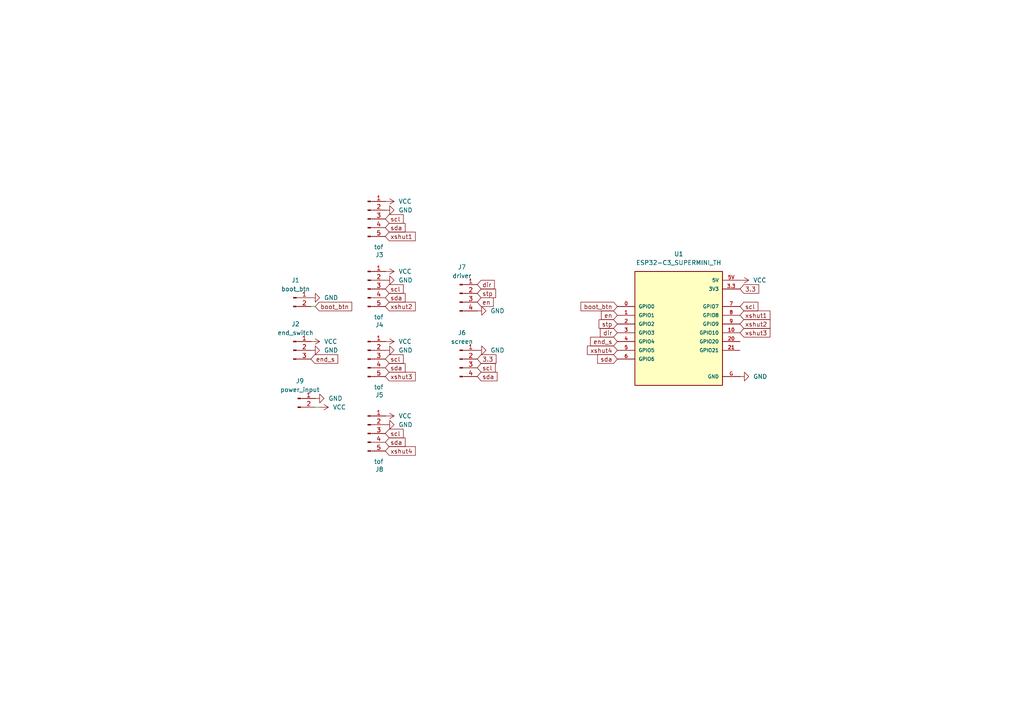
<source format=kicad_sch>
(kicad_sch (version 20231120) (generator "eeschema") (generator_version "8.0")
  (paper "A4")
  (lib_symbols
    (symbol "Connector:Conn_01x02_Pin" (pin_names (offset 1.016) hide)
      (property "Reference" "J" (at 0 2.54 0))
      (property "Value" "Conn_01x02_Pin" (at 0 -5.08 0))
      (symbol "Conn_01x02_Pin_1_1"
        (polyline (pts (xy 1.27 -2.54) (xy 0.8636 -2.54)) (stroke (width 0.1524)))
        (polyline (pts (xy 1.27 0) (xy 0.8636 0)) (stroke (width 0.1524)))
        (rectangle (start 0.8636 -2.413) (end 0 -2.667) (stroke (width 0.1524)) (fill (type outline)))
        (rectangle (start 0.8636 0.127) (end 0 -0.127) (stroke (width 0.1524)) (fill (type outline)))
        (pin passive line (at 5.08 0 180) (length 3.81) (name "Pin_1") (number "1"))
        (pin passive line (at 5.08 -2.54 180) (length 3.81) (name "Pin_2") (number "2"))
      )
    )
    (symbol "Connector:Conn_01x03_Pin" (pin_names (offset 1.016) hide)
      (property "Reference" "J" (at 0 5.08 0))
      (property "Value" "Conn_01x03_Pin" (at 0 -5.08 0))
      (symbol "Conn_01x03_Pin_1_1"
        (polyline (pts (xy 1.27 -2.54) (xy 0.8636 -2.54)) (stroke (width 0.1524)))
        (polyline (pts (xy 1.27 0) (xy 0.8636 0)) (stroke (width 0.1524)))
        (polyline (pts (xy 1.27 2.54) (xy 0.8636 2.54)) (stroke (width 0.1524)))
        (rectangle (start 0.8636 -2.413) (end 0 -2.667) (stroke (width 0.1524)) (fill (type outline)))
        (rectangle (start 0.8636 0.127) (end 0 -0.127) (stroke (width 0.1524)) (fill (type outline)))
        (rectangle (start 0.8636 2.667) (end 0 2.413) (stroke (width 0.1524)) (fill (type outline)))
        (pin passive line (at 5.08 2.54 180) (length 3.81) (name "Pin_1") (number "1"))
        (pin passive line (at 5.08 0 180) (length 3.81) (name "Pin_2") (number "2"))
        (pin passive line (at 5.08 -2.54 180) (length 3.81) (name "Pin_3") (number "3"))
      )
    )
    (symbol "Connector:Conn_01x04_Pin" (pin_names (offset 1.016) hide)
      (property "Reference" "J" (at 0 5.08 0))
      (property "Value" "Conn_01x04_Pin" (at 0 -7.62 0))
      (symbol "Conn_01x04_Pin_1_1"
        (polyline (pts (xy 1.27 -5.08) (xy 0.8636 -5.08)) (stroke (width 0.1524)))
        (polyline (pts (xy 1.27 -2.54) (xy 0.8636 -2.54)) (stroke (width 0.1524)))
        (polyline (pts (xy 1.27 0) (xy 0.8636 0)) (stroke (width 0.1524)))
        (polyline (pts (xy 1.27 2.54) (xy 0.8636 2.54)) (stroke (width 0.1524)))
        (rectangle (start 0.8636 -4.953) (end 0 -5.207) (stroke (width 0.1524)) (fill (type outline)))
        (rectangle (start 0.8636 -2.413) (end 0 -2.667) (stroke (width 0.1524)) (fill (type outline)))
        (rectangle (start 0.8636 0.127) (end 0 -0.127) (stroke (width 0.1524)) (fill (type outline)))
        (rectangle (start 0.8636 2.667) (end 0 2.413) (stroke (width 0.1524)) (fill (type outline)))
        (pin passive line (at 5.08 2.54 180) (length 3.81) (name "Pin_1") (number "1"))
        (pin passive line (at 5.08 0 180) (length 3.81) (name "Pin_2") (number "2"))
        (pin passive line (at 5.08 -2.54 180) (length 3.81) (name "Pin_3") (number "3"))
        (pin passive line (at 5.08 -5.08 180) (length 3.81) (name "Pin_4") (number "4"))
      )
    )
    (symbol "Connector:Conn_01x05_Pin" (pin_names (offset 1.016) hide)
      (property "Reference" "J" (at 0 7.62 0))
      (property "Value" "Conn_01x05_Pin" (at 0 -7.62 0))
      (symbol "Conn_01x05_Pin_1_1"
        (polyline (pts (xy 1.27 -5.08) (xy 0.8636 -5.08)) (stroke (width 0.1524)))
        (polyline (pts (xy 1.27 -2.54) (xy 0.8636 -2.54)) (stroke (width 0.1524)))
        (polyline (pts (xy 1.27 0) (xy 0.8636 0)) (stroke (width 0.1524)))
        (polyline (pts (xy 1.27 2.54) (xy 0.8636 2.54)) (stroke (width 0.1524)))
        (polyline (pts (xy 1.27 5.08) (xy 0.8636 5.08)) (stroke (width 0.1524)))
        (rectangle (start 0.8636 -4.953) (end 0 -5.207) (stroke (width 0.1524)) (fill (type outline)))
        (rectangle (start 0.8636 -2.413) (end 0 -2.667) (stroke (width 0.1524)) (fill (type outline)))
        (rectangle (start 0.8636 0.127) (end 0 -0.127) (stroke (width 0.1524)) (fill (type outline)))
        (rectangle (start 0.8636 2.667) (end 0 2.413) (stroke (width 0.1524)) (fill (type outline)))
        (rectangle (start 0.8636 5.207) (end 0 4.953) (stroke (width 0.1524)) (fill (type outline)))
        (pin passive line (at 5.08 5.08 180) (length 3.81) (name "Pin_1") (number "1"))
        (pin passive line (at 5.08 2.54 180) (length 3.81) (name "Pin_2") (number "2"))
        (pin passive line (at 5.08 0 180) (length 3.81) (name "Pin_3") (number "3"))
        (pin passive line (at 5.08 -2.54 180) (length 3.81) (name "Pin_4") (number "4"))
        (pin passive line (at 5.08 -5.08 180) (length 3.81) (name "Pin_5") (number "5"))
      )
    )
    (symbol "ESP32-C3_SUPERMINI_TH:ESP32-C3_SUPERMINI_TH" (pin_names (offset 1.016))
      (property "Reference" "U" (at -12.7 16.002 0))
      (property "Value" "ESP32-C3_SUPERMINI_TH" (at -12.7 -20.32 0))
      (symbol "ESP32-C3_SUPERMINI_TH_0_0"
        (rectangle (start -12.7 -17.78) (end 12.7 15.24) (stroke (width 0.254)) (fill (type background)))
        (pin bidirectional line (at -17.78 5.08 0) (length 5.08) (name "GPIO0") (number "0"))
        (pin bidirectional line (at -17.78 2.54 0) (length 5.08) (name "GPIO1") (number "1"))
        (pin bidirectional line (at 17.78 -2.54 180) (length 5.08) (name "GPIO10") (number "10"))
        (pin bidirectional line (at -17.78 0 0) (length 5.08) (name "GPIO2") (number "2"))
        (pin bidirectional line (at 17.78 -5.08 180) (length 5.08) (name "GPIO20") (number "20"))
        (pin bidirectional line (at 17.78 -7.62 180) (length 5.08) (name "GPIO21") (number "21"))
        (pin bidirectional line (at -17.78 -2.54 0) (length 5.08) (name "GPIO3") (number "3"))
        (pin power_in line (at 17.78 10.16 180) (length 5.08) (name "3V3") (number "3.3"))
        (pin bidirectional line (at -17.78 -5.08 0) (length 5.08) (name "GPIO4") (number "4"))
        (pin bidirectional line (at -17.78 -7.62 0) (length 5.08) (name "GPIO5") (number "5"))
        (pin power_in line (at 17.78 12.7 180) (length 5.08) (name "5V") (number "5V"))
        (pin bidirectional line (at -17.78 -10.16 0) (length 5.08) (name "GPIO6") (number "6"))
        (pin bidirectional line (at 17.78 5.08 180) (length 5.08) (name "GPIO7") (number "7"))
        (pin bidirectional line (at 17.78 2.54 180) (length 5.08) (name "GPIO8") (number "8"))
        (pin bidirectional line (at 17.78 0 180) (length 5.08) (name "GPIO9") (number "9"))
        (pin power_in line (at 17.78 -15.24 180) (length 5.08) (name "GND") (number "G"))
      )
    )
    (symbol "power:GND" (power) (pin_numbers hide) (pin_names (offset 0) hide)
      (property "Value" "GND" (at 0 -3.81 0))
      (symbol "GND_0_1"
        (polyline (pts (xy 0 0) (xy 0 -1.27) (xy 1.27 -1.27) (xy 0 -2.54) (xy -1.27 -1.27) (xy 0 -1.27)))
      )
      (symbol "GND_1_1"
        (pin power_in line (at 0 0 270) (length 0) (name "~") (number "1"))
      )
    )
    (symbol "power:VCC" (power) (pin_numbers hide) (pin_names (offset 0) hide)
      (property "Value" "VCC" (at 0 3.556 0))
      (symbol "VCC_0_1"
        (polyline (pts (xy -0.762 1.27) (xy 0 2.54)))
        (polyline (pts (xy 0 0) (xy 0 2.54)))
        (polyline (pts (xy 0 2.54) (xy 0.762 1.27)))
      )
      (symbol "VCC_1_1"
        (pin power_in line (at 0 0 90) (length 0) (name "~") (number "1"))
      )
    )
  )
  (wire (pts (xy 92.71 118.11) (xy 91.44 118.11)))
  (wire (pts (xy 91.44 88.9) (xy 90.17 88.9)))
  (global_label "sda" (shape input) (at 179.07 104.14 180) (property "Intersheetrefs" "${INTERSHEET_REFS}" (effects (hide yes))))
  (global_label "sda" (shape input) (at 111.76 128.27 0) (property "Intersheetrefs" "${INTERSHEET_REFS}" (effects (hide yes))))
  (global_label "dir" (shape input) (at 179.07 96.52 180) (property "Intersheetrefs" "${INTERSHEET_REFS}" (effects (hide yes))))
  (global_label "sda" (shape input) (at 138.43 109.22 0) (property "Intersheetrefs" "${INTERSHEET_REFS}" (effects (hide yes))))
  (global_label "stp" (shape input) (at 179.07 93.98 180) (property "Intersheetrefs" "${INTERSHEET_REFS}" (effects (hide yes))))
  (global_label "end_s" (shape input) (at 90.17 104.14 0) (property "Intersheetrefs" "${INTERSHEET_REFS}" (effects (hide yes))))
  (global_label "sda" (shape input) (at 111.76 106.68 0) (property "Intersheetrefs" "${INTERSHEET_REFS}" (effects (hide yes))))
  (global_label "xshut2" (shape input) (at 214.63 93.98 0) (property "Intersheetrefs" "${INTERSHEET_REFS}" (effects (hide yes))))
  (global_label "en" (shape input) (at 138.43 87.63 0) (property "Intersheetrefs" "${INTERSHEET_REFS}" (effects (hide yes))))
  (global_label "scl" (shape input) (at 111.76 125.73 0) (property "Intersheetrefs" "${INTERSHEET_REFS}" (effects (hide yes))))
  (global_label "end_s" (shape input) (at 179.07 99.06 180) (property "Intersheetrefs" "${INTERSHEET_REFS}" (effects (hide yes))))
  (global_label "xshut2" (shape input) (at 111.76 88.9 0) (property "Intersheetrefs" "${INTERSHEET_REFS}" (effects (hide yes))))
  (global_label "xshut1" (shape input) (at 214.63 91.44 0) (property "Intersheetrefs" "${INTERSHEET_REFS}" (effects (hide yes))))
  (global_label "3.3" (shape input) (at 138.43 104.14 0) (property "Intersheetrefs" "${INTERSHEET_REFS}" (effects (hide yes))))
  (global_label "sda" (shape input) (at 111.76 66.04 0) (property "Intersheetrefs" "${INTERSHEET_REFS}" (effects (hide yes))))
  (global_label "en" (shape input) (at 179.07 91.44 180) (property "Intersheetrefs" "${INTERSHEET_REFS}" (effects (hide yes))))
  (global_label "dir" (shape input) (at 138.43 82.55 0) (property "Intersheetrefs" "${INTERSHEET_REFS}" (effects (hide yes))))
  (global_label "xshut4" (shape input) (at 179.07 101.6 180) (property "Intersheetrefs" "${INTERSHEET_REFS}" (effects (hide yes))))
  (global_label "xshut3" (shape input) (at 111.76 109.22 0) (property "Intersheetrefs" "${INTERSHEET_REFS}" (effects (hide yes))))
  (global_label "xshut1" (shape input) (at 111.76 68.58 0) (property "Intersheetrefs" "${INTERSHEET_REFS}" (effects (hide yes))))
  (global_label "scl" (shape input) (at 214.63 88.9 0) (property "Intersheetrefs" "${INTERSHEET_REFS}" (effects (hide yes))))
  (global_label "scl" (shape input) (at 111.76 63.5 0) (property "Intersheetrefs" "${INTERSHEET_REFS}" (effects (hide yes))))
  (global_label "scl" (shape input) (at 111.76 104.14 0) (property "Intersheetrefs" "${INTERSHEET_REFS}" (effects (hide yes))))
  (global_label "xshut3" (shape input) (at 214.63 96.52 0) (property "Intersheetrefs" "${INTERSHEET_REFS}" (effects (hide yes))))
  (global_label "xshut4" (shape input) (at 111.76 130.81 0) (property "Intersheetrefs" "${INTERSHEET_REFS}" (effects (hide yes))))
  (global_label "3.3" (shape input) (at 214.63 83.82 0) (property "Intersheetrefs" "${INTERSHEET_REFS}" (effects (hide yes))))
  (global_label "boot_btn" (shape input) (at 179.07 88.9 180) (property "Intersheetrefs" "${INTERSHEET_REFS}" (effects (hide yes))))
  (global_label "sda" (shape input) (at 111.76 86.36 0) (property "Intersheetrefs" "${INTERSHEET_REFS}" (effects (hide yes))))
  (global_label "boot_btn" (shape input) (at 91.44 88.9 0) (property "Intersheetrefs" "${INTERSHEET_REFS}" (effects (hide yes))))
  (global_label "scl" (shape input) (at 138.43 106.68 0) (property "Intersheetrefs" "${INTERSHEET_REFS}" (effects (hide yes))))
  (global_label "scl" (shape input) (at 111.76 83.82 0) (property "Intersheetrefs" "${INTERSHEET_REFS}" (effects (hide yes))))
  (global_label "stp" (shape input) (at 138.43 85.09 0) (property "Intersheetrefs" "${INTERSHEET_REFS}" (effects (hide yes))))
  (symbol (lib_id "power:VCC") (at 90.17 99.06 270) (unit 1)
    (property "Reference" "#PWR10" (effects (hide yes)))
    (property "Value" "VCC" (at 93.98 99.0599 90) (effects (justify left)))
    (property "Description" "Power symbol creates a global label with name \"VCC\"" (effects (hide yes)))
  )
  (symbol (lib_id "power:VCC") (at 214.63 81.28 270) (unit 1)
    (property "Reference" "#PWR1" (effects (hide yes)))
    (property "Value" "VCC" (at 218.44 81.2799 90) (effects (justify left)))
    (property "Description" "Power symbol creates a global label with name \"VCC\"" (effects (hide yes)))
  )
  (symbol (lib_id "Connector:Conn_01x02_Pin") (at 85.09 86.36 0) (unit 1)
    (property "Reference" "J1" (at 85.725 81.28 0))
    (property "Value" "boot_btn" (at 85.725 83.82 0))
    (property "Footprint" "Connector_PinHeader_2.54mm:PinHeader_1x02_P2.54mm_Vertical" (effects (hide yes)))
    (property "Description" "Generic connector, single row, 01x02, script generated" (effects (hide yes)))
  )
  (symbol (lib_id "power:GND") (at 138.43 101.6 90) (unit 1)
    (property "Reference" "#PWR11" (effects (hide yes)))
    (property "Value" "GND" (at 142.24 101.5999 90) (effects (justify right)))
    (property "Description" "Power symbol creates a global label with name \"GND\" , ground" (effects (hide yes)))
  )
  (symbol (lib_id "Connector:Conn_01x05_Pin") (at 106.68 125.73 0) (unit 1)
    (property "Reference" "J8" (at 111.252 136.144 0) (effects (justify right)))
    (property "Value" "tof" (at 111.252 133.858 0) (effects (justify right)))
    (property "Footprint" "Connector_JST:JST_XH_B5B-XH-A_1x05_P2.50mm_Vertical" (effects (hide yes)))
    (property "Description" "Generic connector, single row, 01x05, script generated" (effects (hide yes)))
  )
  (symbol (lib_id "power:VCC") (at 111.76 120.65 270) (unit 1)
    (property "Reference" "#PWR14" (effects (hide yes)))
    (property "Value" "VCC" (at 115.57 120.6499 90) (effects (justify left)))
    (property "Description" "Power symbol creates a global label with name \"VCC\"" (effects (hide yes)))
  )
  (symbol (lib_id "power:GND") (at 214.63 109.22 90) (unit 1)
    (property "Reference" "#PWR2" (effects (hide yes)))
    (property "Value" "GND" (at 218.44 109.2199 90) (effects (justify right)))
    (property "Description" "Power symbol creates a global label with name \"GND\" , ground" (effects (hide yes)))
  )
  (symbol (lib_id "power:GND") (at 91.44 115.57 90) (unit 1)
    (property "Reference" "#PWR16" (effects (hide yes)))
    (property "Value" "GND" (at 95.25 115.5699 90) (effects (justify right)))
    (property "Description" "Power symbol creates a global label with name \"GND\" , ground" (effects (hide yes)))
  )
  (symbol (lib_id "power:GND") (at 111.76 123.19 90) (unit 1)
    (property "Reference" "#PWR15" (effects (hide yes)))
    (property "Value" "GND" (at 115.57 123.1899 90) (effects (justify right)))
    (property "Description" "Power symbol creates a global label with name \"GND\" , ground" (effects (hide yes)))
  )
  (symbol (lib_id "power:GND") (at 90.17 101.6 90) (unit 1)
    (property "Reference" "#PWR12" (effects (hide yes)))
    (property "Value" "GND" (at 93.98 101.5999 90) (effects (justify right)))
    (property "Description" "Power symbol creates a global label with name \"GND\" , ground" (effects (hide yes)))
  )
  (symbol (lib_id "power:GND") (at 138.43 90.17 90) (unit 1)
    (property "Reference" "#PWR13" (effects (hide yes)))
    (property "Value" "GND" (at 142.24 90.1699 90) (effects (justify right)))
    (property "Description" "Power symbol creates a global label with name \"GND\" , ground" (effects (hide yes)))
  )
  (symbol (lib_id "power:GND") (at 111.76 101.6 90) (unit 1)
    (property "Reference" "#PWR9" (effects (hide yes)))
    (property "Value" "GND" (at 115.57 101.5999 90) (effects (justify right)))
    (property "Description" "Power symbol creates a global label with name \"GND\" , ground" (effects (hide yes)))
  )
  (symbol (lib_id "Connector:Conn_01x04_Pin") (at 133.35 85.09 0) (unit 1)
    (property "Reference" "J7" (at 133.985 77.47 0))
    (property "Value" "driver" (at 133.985 80.01 0))
    (property "Footprint" "Connector_JST:JST_XH_B4B-XH-A_1x04_P2.50mm_Vertical" (effects (hide yes)))
    (property "Description" "Generic connector, single row, 01x04, script generated" (effects (hide yes)))
  )
  (symbol (lib_id "Connector:Conn_01x03_Pin") (at 85.09 101.6 0) (unit 1)
    (property "Reference" "J2" (at 85.725 93.98 0))
    (property "Value" "end_switch" (at 85.725 96.52 0))
    (property "Footprint" "Connector_PinHeader_2.54mm:PinHeader_1x03_P2.54mm_Vertical" (effects (hide yes)))
    (property "Description" "Generic connector, single row, 01x03, script generated" (effects (hide yes)))
  )
  (symbol (lib_id "power:GND") (at 111.76 60.96 90) (unit 1)
    (property "Reference" "#PWR5" (effects (hide yes)))
    (property "Value" "GND" (at 115.57 60.9599 90) (effects (justify right)))
    (property "Description" "Power symbol creates a global label with name \"GND\" , ground" (effects (hide yes)))
  )
  (symbol (lib_id "Connector:Conn_01x05_Pin") (at 106.68 63.5 0) (unit 1)
    (property "Reference" "J3" (at 111.252 73.914 0) (effects (justify right)))
    (property "Value" "tof" (at 111.252 71.628 0) (effects (justify right)))
    (property "Footprint" "Connector_JST:JST_XH_B5B-XH-A_1x05_P2.50mm_Vertical" (effects (hide yes)))
    (property "Description" "Generic connector, single row, 01x05, script generated" (effects (hide yes)))
  )
  (symbol (lib_id "ESP32-C3_SUPERMINI_TH:ESP32-C3_SUPERMINI_TH") (at 196.85 93.98 0) (unit 1)
    (property "Reference" "U1" (at 196.85 73.66 0))
    (property "Value" "ESP32-C3_SUPERMINI_TH" (at 196.85 76.2 0))
    (property "Footprint" "footprints:MODULE_ESP32-C3_SUPERMINI" (effects (hide yes)))
    (property "MF" "Espressif Systems" (effects (hide yes)))
    (property "MAXIMUM_PACKAGE_HEIGHT" "4.2mm" (effects (hide yes)))
    (property "Package" "Package" (effects (hide yes)))
    (property "Price" "None" (effects (hide yes)))
    (property "Check_prices" "https://www.snapeda.com/parts/ESP32-C3%20SuperMini_TH/Espressif+Systems/view-part/?ref=eda" (effects (hide yes)))
    (property "STANDARD" "Manufacturer Recommendations" (effects (hide yes)))
    (property "SnapEDA_Link" "https://www.snapeda.com/parts/ESP32-C3%20SuperMini_TH/Espressif+Systems/view-part/?ref=snap" (effects (hide yes)))
    (property "MP" "ESP32-C3 SuperMini_TH" (effects (hide yes)))
    (property "Description_1" "\n                        \n                            Super tiny ESP32-C3 board\n                        \n" (effects (hide yes)))
    (property "Availability" "Not in stock" (effects (hide yes)))
    (property "MANUFACTURER" "Espressif" (effects (hide yes)))
  )
  (symbol (lib_id "Connector:Conn_01x04_Pin") (at 133.35 104.14 0) (unit 1)
    (property "Reference" "J6" (at 133.985 96.52 0))
    (property "Value" "screen" (at 133.985 99.06 0))
    (property "Footprint" "Connector_PinHeader_2.54mm:PinHeader_1x04_P2.54mm_Vertical" (effects (hide yes)))
    (property "Description" "Generic connector, single row, 01x04, script generated" (effects (hide yes)))
  )
  (symbol (lib_id "power:VCC") (at 111.76 78.74 270) (unit 1)
    (property "Reference" "#PWR6" (effects (hide yes)))
    (property "Value" "VCC" (at 115.57 78.7399 90) (effects (justify left)))
    (property "Description" "Power symbol creates a global label with name \"VCC\"" (effects (hide yes)))
  )
  (symbol (lib_id "power:GND") (at 90.17 86.36 90) (unit 1)
    (property "Reference" "#PWR3" (effects (hide yes)))
    (property "Value" "GND" (at 93.98 86.3599 90) (effects (justify right)))
    (property "Description" "Power symbol creates a global label with name \"GND\" , ground" (effects (hide yes)))
  )
  (symbol (lib_id "power:VCC") (at 92.71 118.11 270) (unit 1)
    (property "Reference" "#PWR17" (effects (hide yes)))
    (property "Value" "VCC" (at 96.52 118.1099 90) (effects (justify left)))
    (property "Description" "Power symbol creates a global label with name \"VCC\"" (effects (hide yes)))
  )
  (symbol (lib_id "Connector:Conn_01x05_Pin") (at 106.68 104.14 0) (unit 1)
    (property "Reference" "J5" (at 111.252 114.554 0) (effects (justify right)))
    (property "Value" "tof" (at 111.252 112.268 0) (effects (justify right)))
    (property "Footprint" "Connector_JST:JST_XH_B5B-XH-A_1x05_P2.50mm_Vertical" (effects (hide yes)))
    (property "Description" "Generic connector, single row, 01x05, script generated" (effects (hide yes)))
  )
  (symbol (lib_id "power:GND") (at 111.76 81.28 90) (unit 1)
    (property "Reference" "#PWR7" (effects (hide yes)))
    (property "Value" "GND" (at 115.57 81.2799 90) (effects (justify right)))
    (property "Description" "Power symbol creates a global label with name \"GND\" , ground" (effects (hide yes)))
  )
  (symbol (lib_id "power:VCC") (at 111.76 99.06 270) (unit 1)
    (property "Reference" "#PWR8" (effects (hide yes)))
    (property "Value" "VCC" (at 115.57 99.0599 90) (effects (justify left)))
    (property "Description" "Power symbol creates a global label with name \"VCC\"" (effects (hide yes)))
  )
  (symbol (lib_id "power:VCC") (at 111.76 58.42 270) (unit 1)
    (property "Reference" "#PWR4" (effects (hide yes)))
    (property "Value" "VCC" (at 115.57 58.4199 90) (effects (justify left)))
    (property "Description" "Power symbol creates a global label with name \"VCC\"" (effects (hide yes)))
  )
  (symbol (lib_id "Connector:Conn_01x05_Pin") (at 106.68 83.82 0) (unit 1)
    (property "Reference" "J4" (at 111.252 94.234 0) (effects (justify right)))
    (property "Value" "tof" (at 111.252 91.948 0) (effects (justify right)))
    (property "Footprint" "Connector_JST:JST_XH_B5B-XH-A_1x05_P2.50mm_Vertical" (effects (hide yes)))
    (property "Description" "Generic connector, single row, 01x05, script generated" (effects (hide yes)))
  )
  (symbol (lib_id "Connector:Conn_01x02_Pin") (at 86.36 115.57 0) (unit 1)
    (property "Reference" "J9" (at 86.995 110.49 0))
    (property "Value" "power_input" (at 86.995 113.03 0))
    (property "Footprint" "Connector_PinHeader_2.54mm:PinHeader_1x02_P2.54mm_Vertical" (effects (hide yes)))
    (property "Description" "Generic connector, single row, 01x02, script generated" (effects (hide yes)))
  )
)
</source>
